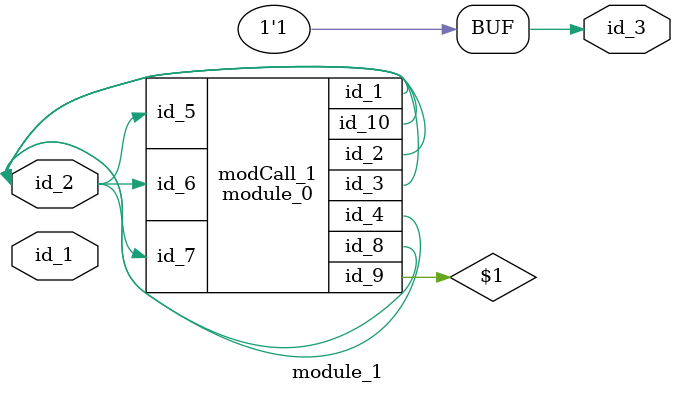
<source format=v>
module module_0 (
    id_1,
    id_2,
    id_3,
    id_4,
    id_5,
    id_6,
    id_7,
    id_8,
    id_9,
    id_10
);
  inout wire id_10;
  output wire id_9;
  inout wire id_8;
  input wire id_7;
  input wire id_6;
  input wire id_5;
  inout wire id_4;
  output wire id_3;
  output wire id_2;
  inout wire id_1;
  wire id_11;
endmodule
module module_1 (
    id_1,
    id_2,
    id_3
);
  output wor id_3;
  inout wire id_2;
  module_0 modCall_1 (
      id_2,
      id_2,
      id_2,
      id_2,
      id_2,
      id_2,
      id_2,
      id_2,
      id_3,
      id_2
  );
  input wire id_1;
  assign id_3 = 1;
endmodule

</source>
